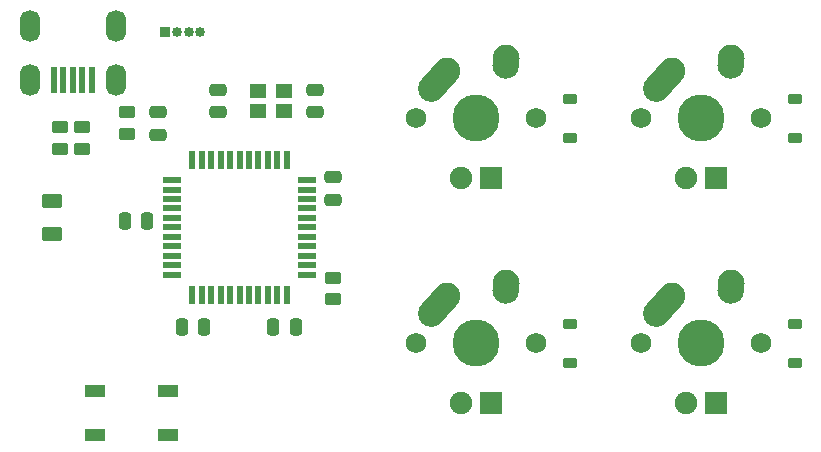
<source format=gbs>
%TF.GenerationSoftware,KiCad,Pcbnew,7.0.10*%
%TF.CreationDate,2024-01-31T10:21:27-06:00*%
%TF.ProjectId,Keyboard3x3,4b657962-6f61-4726-9433-78332e6b6963,rev?*%
%TF.SameCoordinates,Original*%
%TF.FileFunction,Soldermask,Bot*%
%TF.FilePolarity,Negative*%
%FSLAX46Y46*%
G04 Gerber Fmt 4.6, Leading zero omitted, Abs format (unit mm)*
G04 Created by KiCad (PCBNEW 7.0.10) date 2024-01-31 10:21:27*
%MOMM*%
%LPD*%
G01*
G04 APERTURE LIST*
G04 Aperture macros list*
%AMRoundRect*
0 Rectangle with rounded corners*
0 $1 Rounding radius*
0 $2 $3 $4 $5 $6 $7 $8 $9 X,Y pos of 4 corners*
0 Add a 4 corners polygon primitive as box body*
4,1,4,$2,$3,$4,$5,$6,$7,$8,$9,$2,$3,0*
0 Add four circle primitives for the rounded corners*
1,1,$1+$1,$2,$3*
1,1,$1+$1,$4,$5*
1,1,$1+$1,$6,$7*
1,1,$1+$1,$8,$9*
0 Add four rect primitives between the rounded corners*
20,1,$1+$1,$2,$3,$4,$5,0*
20,1,$1+$1,$4,$5,$6,$7,0*
20,1,$1+$1,$6,$7,$8,$9,0*
20,1,$1+$1,$8,$9,$2,$3,0*%
%AMHorizOval*
0 Thick line with rounded ends*
0 $1 width*
0 $2 $3 position (X,Y) of the first rounded end (center of the circle)*
0 $4 $5 position (X,Y) of the second rounded end (center of the circle)*
0 Add line between two ends*
20,1,$1,$2,$3,$4,$5,0*
0 Add two circle primitives to create the rounded ends*
1,1,$1,$2,$3*
1,1,$1,$4,$5*%
G04 Aperture macros list end*
%ADD10R,0.850000X0.850000*%
%ADD11O,0.850000X0.850000*%
%ADD12C,1.750000*%
%ADD13C,3.987800*%
%ADD14HorizOval,2.250000X0.655001X0.730000X-0.655001X-0.730000X0*%
%ADD15C,2.250000*%
%ADD16HorizOval,2.250000X0.020000X0.290000X-0.020000X-0.290000X0*%
%ADD17C,1.905000*%
%ADD18R,1.905000X1.905000*%
%ADD19R,0.500000X2.250000*%
%ADD20O,1.700000X2.700000*%
%ADD21RoundRect,0.250000X-0.250000X-0.475000X0.250000X-0.475000X0.250000X0.475000X-0.250000X0.475000X0*%
%ADD22RoundRect,0.250000X-0.450000X0.262500X-0.450000X-0.262500X0.450000X-0.262500X0.450000X0.262500X0*%
%ADD23RoundRect,0.225000X0.375000X-0.225000X0.375000X0.225000X-0.375000X0.225000X-0.375000X-0.225000X0*%
%ADD24RoundRect,0.250000X0.250000X0.475000X-0.250000X0.475000X-0.250000X-0.475000X0.250000X-0.475000X0*%
%ADD25RoundRect,0.250000X0.475000X-0.250000X0.475000X0.250000X-0.475000X0.250000X-0.475000X-0.250000X0*%
%ADD26RoundRect,0.250000X-0.475000X0.250000X-0.475000X-0.250000X0.475000X-0.250000X0.475000X0.250000X0*%
%ADD27R,1.400000X1.200000*%
%ADD28R,1.500000X0.550000*%
%ADD29R,0.550000X1.500000*%
%ADD30R,1.800000X1.100000*%
%ADD31RoundRect,0.250000X-0.625000X0.375000X-0.625000X-0.375000X0.625000X-0.375000X0.625000X0.375000X0*%
G04 APERTURE END LIST*
D10*
%TO.C,J5*%
X52460000Y-49920000D03*
D11*
X53460000Y-49920000D03*
X54460000Y-49920000D03*
X55460000Y-49920000D03*
%TD*%
D12*
%TO.C,MX3*%
X92785000Y-57225000D03*
D13*
X97865000Y-57225000D03*
D12*
X102945000Y-57225000D03*
D14*
X94710001Y-53955000D03*
D15*
X95365000Y-53225000D03*
D16*
X100385000Y-52435000D03*
D15*
X100405000Y-52145000D03*
D17*
X96595000Y-62305000D03*
D18*
X99135000Y-62305000D03*
%TD*%
D12*
%TO.C,MX1*%
X73735000Y-57225000D03*
D13*
X78815000Y-57225000D03*
D12*
X83895000Y-57225000D03*
D14*
X75660001Y-53955000D03*
D15*
X76315000Y-53225000D03*
D16*
X81335000Y-52435000D03*
D15*
X81355000Y-52145000D03*
D17*
X77545000Y-62305000D03*
D18*
X80085000Y-62305000D03*
%TD*%
D12*
%TO.C,MX2*%
X73735000Y-76275000D03*
D13*
X78815000Y-76275000D03*
D12*
X83895000Y-76275000D03*
D14*
X75660001Y-73005000D03*
D15*
X76315000Y-72275000D03*
D16*
X81335000Y-71485000D03*
D15*
X81355000Y-71195000D03*
D17*
X77545000Y-81355000D03*
D18*
X80085000Y-81355000D03*
%TD*%
D12*
%TO.C,MX4*%
X92785000Y-76275000D03*
D13*
X97865000Y-76275000D03*
D12*
X102945000Y-76275000D03*
D14*
X94710001Y-73005000D03*
D15*
X95365000Y-72275000D03*
D16*
X100385000Y-71485000D03*
D15*
X100405000Y-71195000D03*
D17*
X96595000Y-81355000D03*
D18*
X99135000Y-81355000D03*
%TD*%
D19*
%TO.C,USB1*%
X46252000Y-53950000D03*
X45452000Y-53950000D03*
X44652000Y-53950000D03*
X43852000Y-53950000D03*
X43052000Y-53950000D03*
D20*
X48302000Y-49450000D03*
X41002000Y-49450000D03*
X48302000Y-53950000D03*
X41002000Y-53950000D03*
%TD*%
D21*
%TO.C,C6*%
X53894000Y-74919500D03*
X55794000Y-74919500D03*
%TD*%
D22*
%TO.C,R2*%
X45480000Y-57992500D03*
X45480000Y-59817500D03*
%TD*%
%TO.C,R3*%
X49290000Y-56722500D03*
X49290000Y-58547500D03*
%TD*%
%TO.C,R1*%
X43575000Y-57992500D03*
X43575000Y-59817500D03*
%TD*%
D23*
%TO.C,D3*%
X105802500Y-58875000D03*
X105802500Y-55575000D03*
%TD*%
%TO.C,D1*%
X86752500Y-58875000D03*
X86752500Y-55575000D03*
%TD*%
D24*
%TO.C,C7*%
X50973750Y-65928000D03*
X49073750Y-65928000D03*
%TD*%
D25*
%TO.C,C2*%
X66706000Y-64115250D03*
X66706000Y-62215250D03*
%TD*%
D26*
%TO.C,C4*%
X65190000Y-54800000D03*
X65190000Y-56700000D03*
%TD*%
D27*
%TO.C,Y1*%
X62505368Y-56615268D03*
X60305368Y-56615268D03*
X60305368Y-54915268D03*
X62505368Y-54915268D03*
%TD*%
D28*
%TO.C,U1*%
X53080000Y-70465000D03*
X53080000Y-69665000D03*
X53080000Y-68865000D03*
X53080000Y-68065000D03*
X53080000Y-67265000D03*
X53080000Y-66465000D03*
X53080000Y-65665000D03*
X53080000Y-64865000D03*
X53080000Y-64065000D03*
X53080000Y-63265000D03*
X53080000Y-62465000D03*
D29*
X54780000Y-60765000D03*
X55580000Y-60765000D03*
X56380000Y-60765000D03*
X57180000Y-60765000D03*
X57980000Y-60765000D03*
X58780000Y-60765000D03*
X59580000Y-60765000D03*
X60380000Y-60765000D03*
X61180000Y-60765000D03*
X61980000Y-60765000D03*
X62780000Y-60765000D03*
D28*
X64480000Y-62465000D03*
X64480000Y-63265000D03*
X64480000Y-64065000D03*
X64480000Y-64865000D03*
X64480000Y-65665000D03*
X64480000Y-66465000D03*
X64480000Y-67265000D03*
X64480000Y-68065000D03*
X64480000Y-68865000D03*
X64480000Y-69665000D03*
X64480000Y-70465000D03*
D29*
X62780000Y-72165000D03*
X61980000Y-72165000D03*
X61180000Y-72165000D03*
X60380000Y-72165000D03*
X59580000Y-72165000D03*
X58780000Y-72165000D03*
X57980000Y-72165000D03*
X57180000Y-72165000D03*
X56380000Y-72165000D03*
X55580000Y-72165000D03*
X54780000Y-72165000D03*
%TD*%
D24*
%TO.C,C3*%
X63515000Y-74915250D03*
X61615000Y-74915250D03*
%TD*%
D22*
%TO.C,R4*%
X66715750Y-70721500D03*
X66715750Y-72546500D03*
%TD*%
D23*
%TO.C,D4*%
X105802500Y-77925000D03*
X105802500Y-74625000D03*
%TD*%
D30*
%TO.C,SW1*%
X46526440Y-84023250D03*
X52726440Y-80323250D03*
X46526440Y-80323250D03*
X52726440Y-84023250D03*
%TD*%
D25*
%TO.C,C1*%
X51855000Y-58605000D03*
X51855000Y-56705000D03*
%TD*%
D31*
%TO.C,F1*%
X42896940Y-64193750D03*
X42896940Y-66993750D03*
%TD*%
D23*
%TO.C,D2*%
X86752500Y-77925000D03*
X86752500Y-74625000D03*
%TD*%
D25*
%TO.C,C5*%
X56935000Y-56700000D03*
X56935000Y-54800000D03*
%TD*%
M02*

</source>
